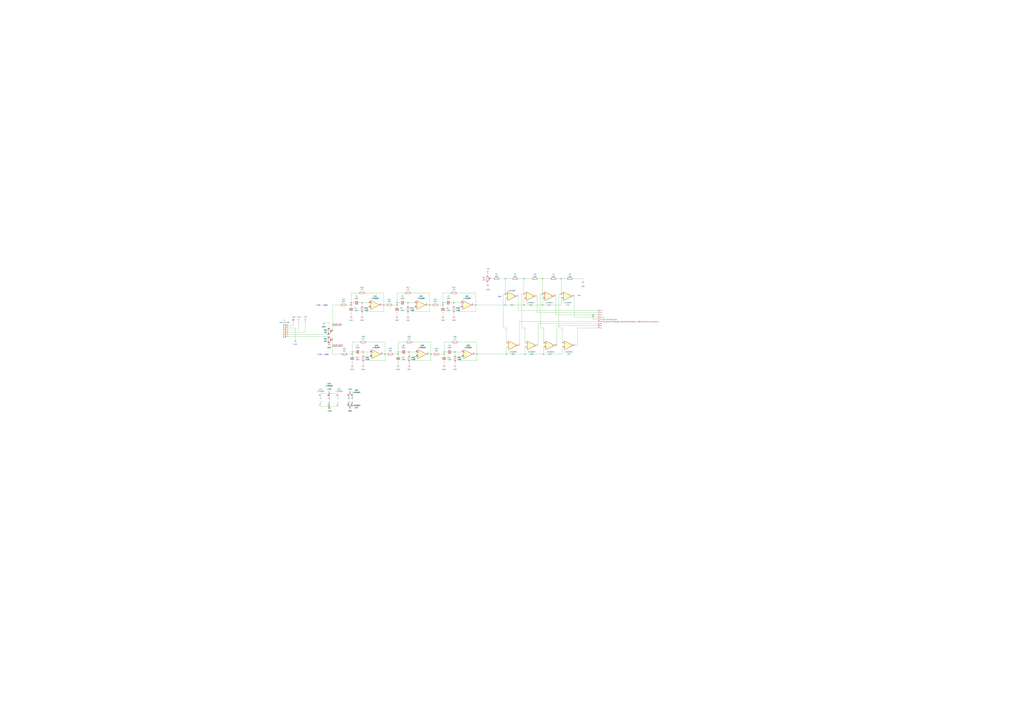
<source format=kicad_sch>
(kicad_sch (version 20211123) (generator eeschema)
  (paper "A0")
  (lib_symbols
    (symbol "Amplifier_Operational:LM358" (pin_names (offset 0.127))
      (property "Reference" "U" (at 0 5.08 0))
      (property "Value" "LM358" (at 0 -5.08 0))
      (symbol "LM358_1_1"
        (polyline (pts (xy -5.08 5.08) (xy 5.08 0) (xy -5.08 -5.08) (xy -5.08 5.08)) (stroke (width 0.254)) (fill (type background)))
        (pin output line (at 7.62 0 180) (length 2.54) (name "~") (number "1"))
        (pin input line (at -7.62 -2.54 0) (length 2.54) (name "-") (number "2"))
        (pin input line (at -7.62 2.54 0) (length 2.54) (name "+") (number "3"))
      )
      (symbol "LM358_2_1"
        (polyline (pts (xy -5.08 5.08) (xy 5.08 0) (xy -5.08 -5.08) (xy -5.08 5.08)) (stroke (width 0.254)) (fill (type background)))
        (pin input line (at -7.62 2.54 0) (length 2.54) (name "+") (number "5"))
        (pin input line (at -7.62 -2.54 0) (length 2.54) (name "-") (number "6"))
        (pin output line (at 7.62 0 180) (length 2.54) (name "~") (number "7"))
      )
      (symbol "LM358_3_1"
        (pin power_in line (at -2.54 -7.62 90) (length 3.81) (name "V-") (number "4"))
        (pin power_in line (at -2.54 7.62 270) (length 3.81) (name "V+") (number "8"))
      )
    )
    (symbol "Comparator:LM339" (pin_names (offset 0.127))
      (property "Reference" "U" (at 0 5.08 0))
      (property "Value" "LM339" (at 0 -5.08 0))
      (symbol "LM339_1_1"
        (polyline (pts (xy -5.08 5.08) (xy 5.08 0) (xy -5.08 -5.08) (xy -5.08 5.08)) (stroke (width 0.254)) (fill (type background)))
        (polyline (pts (xy 3.302 -0.508) (xy 2.794 -0.508) (xy 3.302 0) (xy 2.794 0.508) (xy 2.286 0) (xy 2.794 -0.508) (xy 2.286 -0.508)) (stroke (width 0.127)))
        (pin open_collector line (at 7.62 0 180) (length 2.54) (name "~") (number "2"))
        (pin input line (at -7.62 -2.54 0) (length 2.54) (name "-") (number "4"))
        (pin input line (at -7.62 2.54 0) (length 2.54) (name "+") (number "5"))
      )
      (symbol "LM339_2_1"
        (polyline (pts (xy -5.08 5.08) (xy 5.08 0) (xy -5.08 -5.08) (xy -5.08 5.08)) (stroke (width 0.254)) (fill (type background)))
        (polyline (pts (xy 3.302 -0.508) (xy 2.794 -0.508) (xy 3.302 0) (xy 2.794 0.508) (xy 2.286 0) (xy 2.794 -0.508) (xy 2.286 -0.508)) (stroke (width 0.127)))
        (pin open_collector line (at 7.62 0 180) (length 2.54) (name "~") (number "1"))
        (pin input line (at -7.62 -2.54 0) (length 2.54) (name "-") (number "6"))
        (pin input line (at -7.62 2.54 0) (length 2.54) (name "+") (number "7"))
      )
      (symbol "LM339_3_1"
        (polyline (pts (xy -5.08 5.08) (xy 5.08 0) (xy -5.08 -5.08) (xy -5.08 5.08)) (stroke (width 0.254)) (fill (type background)))
        (polyline (pts (xy 3.302 -0.508) (xy 2.794 -0.508) (xy 3.302 0) (xy 2.794 0.508) (xy 2.286 0) (xy 2.794 -0.508) (xy 2.286 -0.508)) (stroke (width 0.127)))
        (pin input line (at -7.62 -2.54 0) (length 2.54) (name "-") (number "10"))
        (pin input line (at -7.62 2.54 0) (length 2.54) (name "+") (number "11"))
        (pin open_collector line (at 7.62 0 180) (length 2.54) (name "~") (number "13"))
      )
      (symbol "LM339_4_1"
        (polyline (pts (xy -5.08 5.08) (xy 5.08 0) (xy -5.08 -5.08) (xy -5.08 5.08)) (stroke (width 0.254)) (fill (type background)))
        (polyline (pts (xy 3.302 -0.508) (xy 2.794 -0.508) (xy 3.302 0) (xy 2.794 0.508) (xy 2.286 0) (xy 2.794 -0.508) (xy 2.286 -0.508)) (stroke (width 0.127)))
        (pin open_collector line (at 7.62 0 180) (length 2.54) (name "~") (number "14"))
        (pin input line (at -7.62 -2.54 0) (length 2.54) (name "-") (number "8"))
        (pin input line (at -7.62 2.54 0) (length 2.54) (name "+") (number "9"))
      )
      (symbol "LM339_5_1"
        (pin power_in line (at -2.54 -7.62 90) (length 3.81) (name "V-") (number "12"))
        (pin power_in line (at -2.54 7.62 270) (length 3.81) (name "V+") (number "3"))
      )
    )
    (symbol "Connector:Conn_01x09_Male" (pin_names (offset 1.016) hide)
      (property "Reference" "J" (at 0 12.7 0))
      (property "Value" "Conn_01x09_Male" (at 0 -12.7 0))
      (symbol "Conn_01x09_Male_1_1"
        (polyline (pts (xy 1.27 -10.16) (xy 0.8636 -10.16)) (stroke (width 0.1524)))
        (polyline (pts (xy 1.27 -7.62) (xy 0.8636 -7.62)) (stroke (width 0.1524)))
        (polyline (pts (xy 1.27 -5.08) (xy 0.8636 -5.08)) (stroke (width 0.1524)))
        (polyline (pts (xy 1.27 -2.54) (xy 0.8636 -2.54)) (stroke (width 0.1524)))
        (polyline (pts (xy 1.27 0) (xy 0.8636 0)) (stroke (width 0.1524)))
        (polyline (pts (xy 1.27 2.54) (xy 0.8636 2.54)) (stroke (width 0.1524)))
        (polyline (pts (xy 1.27 5.08) (xy 0.8636 5.08)) (stroke (width 0.1524)))
        (polyline (pts (xy 1.27 7.62) (xy 0.8636 7.62)) (stroke (width 0.1524)))
        (polyline (pts (xy 1.27 10.16) (xy 0.8636 10.16)) (stroke (width 0.1524)))
        (rectangle (start 0.8636 -10.033) (end 0 -10.287) (stroke (width 0.1524)) (fill (type outline)))
        (rectangle (start 0.8636 -7.493) (end 0 -7.747) (stroke (width 0.1524)) (fill (type outline)))
        (rectangle (start 0.8636 -4.953) (end 0 -5.207) (stroke (width 0.1524)) (fill (type outline)))
        (rectangle (start 0.8636 -2.413) (end 0 -2.667) (stroke (width 0.1524)) (fill (type outline)))
        (rectangle (start 0.8636 0.127) (end 0 -0.127) (stroke (width 0.1524)) (fill (type outline)))
        (rectangle (start 0.8636 2.667) (end 0 2.413) (stroke (width 0.1524)) (fill (type outline)))
        (rectangle (start 0.8636 5.207) (end 0 4.953) (stroke (width 0.1524)) (fill (type outline)))
        (rectangle (start 0.8636 7.747) (end 0 7.493) (stroke (width 0.1524)) (fill (type outline)))
        (rectangle (start 0.8636 10.287) (end 0 10.033) (stroke (width 0.1524)) (fill (type outline)))
        (pin passive line (at 5.08 10.16 180) (length 3.81) (name "Pin_1") (number "1"))
        (pin passive line (at 5.08 7.62 180) (length 3.81) (name "Pin_2") (number "2"))
        (pin passive line (at 5.08 5.08 180) (length 3.81) (name "Pin_3") (number "3"))
        (pin passive line (at 5.08 2.54 180) (length 3.81) (name "Pin_4") (number "4"))
        (pin passive line (at 5.08 0 180) (length 3.81) (name "Pin_5") (number "5"))
        (pin passive line (at 5.08 -2.54 180) (length 3.81) (name "Pin_6") (number "6"))
        (pin passive line (at 5.08 -5.08 180) (length 3.81) (name "Pin_7") (number "7"))
        (pin passive line (at 5.08 -7.62 180) (length 3.81) (name "Pin_8") (number "8"))
        (pin passive line (at 5.08 -10.16 180) (length 3.81) (name "Pin_9") (number "9"))
      )
    )
    (symbol "Connector_Generic:Conn_01x06" (pin_names (offset 1.016) hide)
      (property "Reference" "J" (at 0 7.62 0))
      (property "Value" "Conn_01x06" (at 0 -10.16 0))
      (symbol "Conn_01x06_1_1"
        (rectangle (start -1.27 -7.493) (end 0 -7.747) (stroke (width 0.1524)))
        (rectangle (start -1.27 -4.953) (end 0 -5.207) (stroke (width 0.1524)))
        (rectangle (start -1.27 -2.413) (end 0 -2.667) (stroke (width 0.1524)))
        (rectangle (start -1.27 0.127) (end 0 -0.127) (stroke (width 0.1524)))
        (rectangle (start -1.27 2.667) (end 0 2.413) (stroke (width 0.1524)))
        (rectangle (start -1.27 5.207) (end 0 4.953) (stroke (width 0.1524)))
        (rectangle (start -1.27 6.35) (end 1.27 -8.89) (stroke (width 0.254)) (fill (type background)))
        (pin passive line (at -5.08 5.08 0) (length 3.81) (name "Pin_1") (number "1"))
        (pin passive line (at -5.08 2.54 0) (length 3.81) (name "Pin_2") (number "2"))
        (pin passive line (at -5.08 0 0) (length 3.81) (name "Pin_3") (number "3"))
        (pin passive line (at -5.08 -2.54 0) (length 3.81) (name "Pin_4") (number "4"))
        (pin passive line (at -5.08 -5.08 0) (length 3.81) (name "Pin_5") (number "5"))
        (pin passive line (at -5.08 -7.62 0) (length 3.81) (name "Pin_6") (number "6"))
      )
    )
    (symbol "Device:C" (pin_numbers hide) (pin_names (offset 0.254))
      (property "Reference" "C" (at 0.635 2.54 0))
      (property "Value" "C" (at 0.635 -2.54 0))
      (symbol "C_0_1"
        (polyline (pts (xy -2.032 -0.762) (xy 2.032 -0.762)) (stroke (width 0.508)))
        (polyline (pts (xy -2.032 0.762) (xy 2.032 0.762)) (stroke (width 0.508)))
      )
      (symbol "C_1_1"
        (pin passive line (at 0 3.81 270) (length 2.794) (name "~") (number "1"))
        (pin passive line (at 0 -3.81 90) (length 2.794) (name "~") (number "2"))
      )
    )
    (symbol "Device:R" (pin_numbers hide) (pin_names (offset 0))
      (property "Reference" "R" (at 2.032 0 90))
      (property "Value" "R" (at 0 0 90))
      (symbol "R_0_1"
        (rectangle (start -1.016 -2.54) (end 1.016 2.54) (stroke (width 0.254)))
      )
      (symbol "R_1_1"
        (pin passive line (at 0 3.81 270) (length 1.27) (name "~") (number "1"))
        (pin passive line (at 0 -3.81 90) (length 1.27) (name "~") (number "2"))
      )
    )
    (symbol "Device:R_Potentiometer" (pin_names (offset 1.016) hide)
      (property "Reference" "RV" (at -4.445 0 90))
      (property "Value" "R_Potentiometer" (at -2.54 0 90))
      (symbol "R_Potentiometer_0_1"
        (polyline (pts (xy 2.54 0) (xy 1.524 0)))
        (polyline (pts (xy 1.143 0) (xy 2.286 0.508) (xy 2.286 -0.508) (xy 1.143 0)) (fill (type outline)))
        (rectangle (start 1.016 2.54) (end -1.016 -2.54) (stroke (width 0.254)))
      )
      (symbol "R_Potentiometer_1_1"
        (pin passive line (at 0 3.81 270) (length 1.27) (name "1") (number "1"))
        (pin passive line (at 3.81 0 180) (length 1.27) (name "2") (number "2"))
        (pin passive line (at 0 -3.81 90) (length 1.27) (name "3") (number "3"))
      )
    )
    (symbol "power:+15V" (power) (pin_names (offset 0))
      (property "Value" "+15V" (at 0 3.556 0))
      (symbol "+15V_0_1"
        (polyline (pts (xy -0.762 1.27) (xy 0 2.54)))
        (polyline (pts (xy 0 0) (xy 0 2.54)))
        (polyline (pts (xy 0 2.54) (xy 0.762 1.27)))
      )
      (symbol "+15V_1_1"
        (pin power_in line (at 0 0 90) (length 0) hide (name "+15V") (number "1"))
      )
    )
    (symbol "power:+5V" (power) (pin_names (offset 0))
      (property "Value" "+5V" (at 0 3.556 0))
      (symbol "+5V_0_1"
        (polyline (pts (xy -0.762 1.27) (xy 0 2.54)))
        (polyline (pts (xy 0 0) (xy 0 2.54)))
        (polyline (pts (xy 0 2.54) (xy 0.762 1.27)))
      )
      (symbol "+5V_1_1"
        (pin power_in line (at 0 0 90) (length 0) hide (name "+5V") (number "1"))
      )
    )
    (symbol "power:-15V" (power) (pin_names (offset 0))
      (property "Value" "-15V" (at 0 3.81 0))
      (symbol "-15V_0_0"
        (pin power_in line (at 0 0 90) (length 0) hide (name "-15V") (number "1"))
      )
      (symbol "-15V_0_1"
        (polyline (pts (xy 0 0) (xy 0 1.27) (xy 0.762 1.27) (xy 0 2.54) (xy -0.762 1.27) (xy 0 1.27)) (fill (type outline)))
      )
    )
    (symbol "power:GND" (power) (pin_names (offset 0))
      (property "Value" "GND" (at 0 -3.81 0))
      (symbol "GND_0_1"
        (polyline (pts (xy 0 0) (xy 0 -1.27) (xy 1.27 -1.27) (xy 0 -2.54) (xy -1.27 -1.27) (xy 0 -1.27)))
      )
      (symbol "GND_1_1"
        (pin power_in line (at 0 0 270) (length 0) hide (name "GND") (number "1"))
      )
    )
  )
  (junction (at 514.35 351.79))
  (junction (at 407.67 354.33))
  (junction (at 462.28 408.94))
  (junction (at 629.92 323.85))
  (junction (at 461.01 351.79))
  (junction (at 527.05 351.79))
  (junction (at 608.33 323.85))
  (junction (at 445.77 354.33))
  (junction (at 499.11 354.33))
  (junction (at 552.45 354.33))
  (junction (at 608.33 341.63))
  (junction (at 474.98 408.94))
  (junction (at 515.62 408.94))
  (junction (at 629.92 341.63))
  (junction (at 406.4 472.44))
  (junction (at 629.92 354.33))
  (junction (at 406.4 457.2))
  (junction (at 588.01 411.48))
  (junction (at 382.27 472.44))
  (junction (at 631.19 411.48))
  (junction (at 528.32 408.94))
  (junction (at 447.04 411.48))
  (junction (at 461.01 354.33))
  (junction (at 462.28 411.48))
  (junction (at 609.6 411.48))
  (junction (at 586.74 354.33))
  (junction (at 500.38 411.48))
  (junction (at 382.27 457.2))
  (junction (at 408.94 411.48))
  (junction (at 408.94 408.94))
  (junction (at 608.33 354.33))
  (junction (at 651.51 341.63))
  (junction (at 515.62 411.48))
  (junction (at 407.67 351.79))
  (junction (at 586.74 341.63))
  (junction (at 586.74 323.85))
  (junction (at 420.37 351.79))
  (junction (at 651.51 323.85))
  (junction (at 514.35 354.33))
  (junction (at 553.72 411.48))
  (junction (at 473.71 351.79))
  (junction (at 421.64 408.94))
  (wire (pts (xy 666.75 368.3) (xy 693.42 368.3)))
  (wire (pts (xy 645.16 365.76) (xy 693.42 365.76)))
  (wire (pts (xy 462.28 408.94) (xy 462.28 411.48)))
  (wire (pts (xy 461.01 351.79) (xy 461.01 340.36)))
  (wire (pts (xy 407.67 363.22) (xy 407.67 367.03)))
  (wire (pts (xy 474.98 408.94) (xy 474.98 412.75)))
  (wire (pts (xy 534.67 419.1) (xy 553.72 419.1)))
  (wire (pts (xy 500.38 411.48) (xy 502.92 411.48)))
  (wire (pts (xy 651.51 323.85) (xy 657.86 323.85)))
  (wire (pts (xy 340.36 373.38) (xy 340.36 378.46)))
  (wire (pts (xy 530.86 340.36) (xy 552.45 340.36)))
  (wire (pts (xy 631.19 411.48) (xy 631.19 403.86)))
  (wire (pts (xy 481.33 414.02) (xy 481.33 419.1)))
  (wire (pts (xy 586.74 323.85) (xy 586.74 341.63)))
  (wire (pts (xy 631.19 411.48) (xy 652.78 411.48)))
  (wire (pts (xy 551.18 411.48) (xy 553.72 411.48)))
  (wire (pts (xy 462.28 411.48) (xy 462.28 412.75)))
  (wire (pts (xy 408.94 411.48) (xy 408.94 412.75)))
  (wire (pts (xy 627.38 341.63) (xy 627.38 381)))
  (wire (pts (xy 474.98 420.37) (xy 474.98 424.18)))
  (wire (pts (xy 515.62 408.94) (xy 518.16 408.94)))
  (wire (pts (xy 444.5 411.48) (xy 447.04 411.48)))
  (wire (pts (xy 623.57 363.22) (xy 693.42 363.22)))
  (wire (pts (xy 499.11 354.33) (xy 499.11 361.95)))
  (wire (pts (xy 386.08 354.33) (xy 394.97 354.33)))
  (wire (pts (xy 335.28 383.54) (xy 346.71 383.54)))
  (wire (pts (xy 473.71 351.79) (xy 473.71 355.6)))
  (wire (pts (xy 515.62 397.51) (xy 524.51 397.51)))
  (wire (pts (xy 627.38 381) (xy 631.19 381)))
  (wire (pts (xy 386.08 394.97) (xy 386.08 411.48)))
  (wire (pts (xy 608.33 323.85) (xy 608.33 341.63)))
  (wire (pts (xy 424.18 340.36) (xy 445.77 340.36)))
  (wire (pts (xy 527.05 363.22) (xy 527.05 367.03)))
  (wire (pts (xy 668.02 401.32) (xy 670.56 401.32)))
  (wire (pts (xy 586.74 354.33) (xy 608.33 354.33)))
  (wire (pts (xy 645.16 344.17) (xy 645.16 365.76)))
  (wire (pts (xy 588.01 381) (xy 588.01 398.78)))
  (wire (pts (xy 514.35 351.79) (xy 514.35 354.33)))
  (wire (pts (xy 601.98 323.85) (xy 608.33 323.85)))
  (wire (pts (xy 461.01 351.79) (xy 463.55 351.79)))
  (wire (pts (xy 552.45 354.33) (xy 586.74 354.33)))
  (wire (pts (xy 528.32 408.94) (xy 535.94 408.94)))
  (wire (pts (xy 472.44 408.94) (xy 474.98 408.94)))
  (wire (pts (xy 584.2 381) (xy 588.01 381)))
  (wire (pts (xy 481.33 419.1) (xy 500.38 419.1)))
  (wire (pts (xy 629.92 323.85) (xy 629.92 341.63)))
  (wire (pts (xy 417.83 351.79) (xy 420.37 351.79)))
  (wire (pts (xy 354.33 373.38) (xy 354.33 386.08)))
  (wire (pts (xy 570.23 323.85) (xy 572.77 323.85)))
  (wire (pts (xy 461.01 351.79) (xy 461.01 354.33)))
  (wire (pts (xy 335.28 386.08) (xy 354.33 386.08)))
  (wire (pts (xy 427.99 419.1) (xy 447.04 419.1)))
  (wire (pts (xy 676.91 323.85) (xy 676.91 326.39)))
  (wire (pts (xy 455.93 354.33) (xy 461.01 354.33)))
  (wire (pts (xy 427.99 356.87) (xy 426.72 356.87)))
  (wire (pts (xy 382.27 457.2) (xy 392.43 457.2)))
  (wire (pts (xy 408.94 420.37) (xy 408.94 424.18)))
  (wire (pts (xy 335.28 378.46) (xy 340.36 378.46)))
  (wire (pts (xy 474.98 408.94) (xy 482.6 408.94)))
  (wire (pts (xy 499.11 340.36) (xy 499.11 354.33)))
  (wire (pts (xy 666.75 344.17) (xy 666.75 368.3)))
  (wire (pts (xy 386.08 411.48) (xy 396.24 411.48)))
  (wire (pts (xy 651.51 323.85) (xy 651.51 341.63)))
  (wire (pts (xy 406.4 457.2) (xy 408.94 457.2)))
  (wire (pts (xy 420.37 351.79) (xy 427.99 351.79)))
  (wire (pts (xy 665.48 323.85) (xy 676.91 323.85)))
  (wire (pts (xy 631.19 381) (xy 631.19 398.78)))
  (wire (pts (xy 552.45 354.33) (xy 552.45 361.95)))
  (wire (pts (xy 533.4 356.87) (xy 533.4 361.95)))
  (wire (pts (xy 447.04 397.51) (xy 447.04 411.48)))
  (wire (pts (xy 552.45 340.36) (xy 552.45 354.33)))
  (wire (pts (xy 372.11 472.44) (xy 382.27 472.44)))
  (wire (pts (xy 515.62 411.48) (xy 515.62 412.75)))
  (wire (pts (xy 445.77 354.33) (xy 448.31 354.33)))
  (wire (pts (xy 408.94 397.51) (xy 417.83 397.51)))
  (wire (pts (xy 478.79 397.51) (xy 500.38 397.51)))
  (wire (pts (xy 408.94 408.94) (xy 408.94 397.51)))
  (wire (pts (xy 524.51 351.79) (xy 527.05 351.79)))
  (wire (pts (xy 608.33 354.33) (xy 608.33 346.71)))
  (wire (pts (xy 462.28 408.94) (xy 462.28 397.51)))
  (wire (pts (xy 405.13 457.2) (xy 406.4 457.2)))
  (wire (pts (xy 580.39 323.85) (xy 586.74 323.85)))
  (wire (pts (xy 566.42 317.5) (xy 566.42 320.04)))
  (wire (pts (xy 461.01 340.36) (xy 469.9 340.36)))
  (wire (pts (xy 533.4 361.95) (xy 552.45 361.95)))
  (wire (pts (xy 419.1 408.94) (xy 421.64 408.94)))
  (wire (pts (xy 532.13 397.51) (xy 553.72 397.51)))
  (wire (pts (xy 499.11 354.33) (xy 501.65 354.33)))
  (wire (pts (xy 335.28 391.16) (xy 382.27 391.16)))
  (wire (pts (xy 528.32 408.94) (xy 528.32 412.75)))
  (wire (pts (xy 420.37 363.22) (xy 420.37 367.03)))
  (wire (pts (xy 588.01 411.48) (xy 588.01 403.86)))
  (wire (pts (xy 586.74 354.33) (xy 586.74 346.71)))
  (wire (pts (xy 482.6 414.02) (xy 481.33 414.02)))
  (wire (pts (xy 481.33 356.87) (xy 480.06 356.87)))
  (wire (pts (xy 693.42 370.84) (xy 688.34 370.84)))
  (wire (pts (xy 500.38 411.48) (xy 500.38 419.1)))
  (wire (pts (xy 429.26 414.02) (xy 427.99 414.02)))
  (wire (pts (xy 651.51 354.33) (xy 651.51 346.71)))
  (wire (pts (xy 462.28 397.51) (xy 471.17 397.51)))
  (wire (pts (xy 426.72 356.87) (xy 426.72 361.95)))
  (wire (pts (xy 471.17 351.79) (xy 473.71 351.79)))
  (wire (pts (xy 609.6 381) (xy 609.6 398.78)))
  (wire (pts (xy 609.6 411.48) (xy 609.6 403.86)))
  (wire (pts (xy 670.56 401.32) (xy 670.56 381)))
  (wire (pts (xy 421.64 420.37) (xy 421.64 424.18)))
  (wire (pts (xy 515.62 420.37) (xy 515.62 424.18)))
  (wire (pts (xy 629.92 354.33) (xy 629.92 346.71)))
  (wire (pts (xy 605.79 341.63) (xy 605.79 381)))
  (wire (pts (xy 534.67 356.87) (xy 533.4 356.87)))
  (wire (pts (xy 601.98 360.68) (xy 693.42 360.68)))
  (wire (pts (xy 588.01 411.48) (xy 609.6 411.48)))
  (wire (pts (xy 425.45 397.51) (xy 447.04 397.51)))
  (wire (pts (xy 342.9 381) (xy 342.9 394.97)))
  (wire (pts (xy 375.92 374.65) (xy 382.27 374.65)))
  (wire (pts (xy 514.35 340.36) (xy 523.24 340.36)))
  (wire (pts (xy 443.23 354.33) (xy 445.77 354.33)))
  (wire (pts (xy 480.06 361.95) (xy 499.11 361.95)))
  (wire (pts (xy 603.25 373.38) (xy 693.42 373.38)))
  (wire (pts (xy 586.74 323.85) (xy 594.36 323.85)))
  (wire (pts (xy 407.67 351.79) (xy 410.21 351.79)))
  (wire (pts (xy 608.33 323.85) (xy 617.22 323.85)))
  (wire (pts (xy 527.05 351.79) (xy 527.05 355.6)))
  (wire (pts (xy 534.67 414.02) (xy 534.67 419.1)))
  (wire (pts (xy 457.2 411.48) (xy 462.28 411.48)))
  (wire (pts (xy 528.32 420.37) (xy 528.32 424.18)))
  (wire (pts (xy 629.92 341.63) (xy 627.38 341.63)))
  (wire (pts (xy 648.97 381) (xy 652.78 381)))
  (wire (pts (xy 408.94 408.94) (xy 408.94 411.48)))
  (wire (pts (xy 670.56 381) (xy 693.42 381)))
  (wire (pts (xy 549.91 354.33) (xy 552.45 354.33)))
  (wire (pts (xy 601.98 344.17) (xy 601.98 360.68)))
  (wire (pts (xy 500.38 397.51) (xy 500.38 411.48)))
  (wire (pts (xy 608.33 354.33) (xy 629.92 354.33)))
  (wire (pts (xy 372.11 457.2) (xy 382.27 457.2)))
  (wire (pts (xy 346.71 373.38) (xy 346.71 383.54)))
  (wire (pts (xy 646.43 378.46) (xy 693.42 378.46)))
  (wire (pts (xy 605.79 381) (xy 609.6 381)))
  (wire (pts (xy 527.05 351.79) (xy 534.67 351.79)))
  (wire (pts (xy 407.67 354.33) (xy 407.67 355.6)))
  (wire (pts (xy 603.25 401.32) (xy 603.25 373.38)))
  (wire (pts (xy 447.04 411.48) (xy 447.04 419.1)))
  (wire (pts (xy 629.92 323.85) (xy 638.81 323.85)))
  (wire (pts (xy 688.34 369.57) (xy 688.34 370.84)))
  (wire (pts (xy 646.43 323.85) (xy 651.51 323.85)))
  (wire (pts (xy 514.35 363.22) (xy 514.35 367.03)))
  (wire (pts (xy 462.28 420.37) (xy 462.28 424.18)))
  (wire (pts (xy 510.54 411.48) (xy 515.62 411.48)))
  (wire (pts (xy 402.59 354.33) (xy 407.67 354.33)))
  (wire (pts (xy 405.13 472.44) (xy 406.4 472.44)))
  (wire (pts (xy 553.72 411.48) (xy 588.01 411.48)))
  (wire (pts (xy 445.77 354.33) (xy 445.77 361.95)))
  (wire (pts (xy 515.62 408.94) (xy 515.62 411.48)))
  (wire (pts (xy 496.57 354.33) (xy 499.11 354.33)))
  (wire (pts (xy 553.72 397.51) (xy 553.72 411.48)))
  (wire (pts (xy 652.78 411.48) (xy 652.78 403.86)))
  (wire (pts (xy 608.33 341.63) (xy 605.79 341.63)))
  (wire (pts (xy 623.57 344.17) (xy 623.57 363.22)))
  (wire (pts (xy 406.4 472.44) (xy 408.94 472.44)))
  (wire (pts (xy 480.06 356.87) (xy 480.06 361.95)))
  (wire (pts (xy 553.72 411.48) (xy 553.72 419.1)))
  (wire (pts (xy 586.74 341.63) (xy 584.2 341.63)))
  (wire (pts (xy 648.97 341.63) (xy 648.97 381)))
  (wire (pts (xy 652.78 381) (xy 652.78 398.78)))
  (wire (pts (xy 403.86 411.48) (xy 408.94 411.48)))
  (wire (pts (xy 514.35 351.79) (xy 516.89 351.79)))
  (wire (pts (xy 335.28 388.62) (xy 382.27 388.62)))
  (wire (pts (xy 407.67 351.79) (xy 407.67 354.33)))
  (wire (pts (xy 624.84 401.32) (xy 624.84 375.92)))
  (wire (pts (xy 473.71 363.22) (xy 473.71 367.03)))
  (wire (pts (xy 525.78 408.94) (xy 528.32 408.94)))
  (wire (pts (xy 515.62 408.94) (xy 515.62 397.51)))
  (wire (pts (xy 426.72 361.95) (xy 445.77 361.95)))
  (wire (pts (xy 584.2 341.63) (xy 584.2 381)))
  (wire (pts (xy 408.94 408.94) (xy 411.48 408.94)))
  (wire (pts (xy 407.67 351.79) (xy 407.67 340.36)))
  (wire (pts (xy 514.35 351.79) (xy 514.35 340.36)))
  (wire (pts (xy 386.08 384.81) (xy 386.08 354.33)))
  (wire (pts (xy 477.52 340.36) (xy 499.11 340.36)))
  (wire (pts (xy 514.35 354.33) (xy 514.35 355.6)))
  (wire (pts (xy 535.94 414.02) (xy 534.67 414.02)))
  (wire (pts (xy 609.6 411.48) (xy 631.19 411.48)))
  (wire (pts (xy 382.27 472.44) (xy 392.43 472.44)))
  (wire (pts (xy 651.51 341.63) (xy 648.97 341.63)))
  (wire (pts (xy 646.43 401.32) (xy 646.43 378.46)))
  (wire (pts (xy 447.04 411.48) (xy 449.58 411.48)))
  (wire (pts (xy 427.99 414.02) (xy 427.99 419.1)))
  (wire (pts (xy 421.64 408.94) (xy 421.64 412.75)))
  (wire (pts (xy 629.92 354.33) (xy 651.51 354.33)))
  (wire (pts (xy 473.71 351.79) (xy 481.33 351.79)))
  (wire (pts (xy 420.37 351.79) (xy 420.37 355.6)))
  (wire (pts (xy 335.28 381) (xy 342.9 381)))
  (wire (pts (xy 421.64 408.94) (xy 429.26 408.94)))
  (wire (pts (xy 382.27 374.65) (xy 382.27 381)))
  (wire (pts (xy 445.77 340.36) (xy 445.77 354.33)))
  (wire (pts (xy 461.01 354.33) (xy 461.01 355.6)))
  (wire (pts (xy 462.28 408.94) (xy 464.82 408.94)))
  (wire (pts (xy 566.42 327.66) (xy 566.42 330.2)))
  (wire (pts (xy 624.84 323.85) (xy 629.92 323.85)))
  (wire (pts (xy 407.67 340.36) (xy 416.56 340.36)))
  (wire (pts (xy 497.84 411.48) (xy 500.38 411.48)))
  (wire (pts (xy 509.27 354.33) (xy 514.35 354.33)))
  (wire (pts (xy 461.01 363.22) (xy 461.01 367.03)))
  (wire (pts (xy 624.84 375.92) (xy 693.42 375.92)))
  (text "High" (at 577.85 345.44 0) (effects (font (size 1.27 1.27)) (justify left bottom)))
  (text "Low" (at 670.56 344.17 0) (effects (font (size 1.27 1.27)) (justify left bottom)))
  (text "1700 - 5000" (at 367.03 355.6 0) (effects (font (size 1.27 1.27)) (justify left bottom)))
  (text "1700 - 5000" (at 368.3 412.75 0) (effects (font (size 1.27 1.27)) (justify left bottom)))
  (global_label "audio_right" (shape passive) (at 386.08 401.32 0) (property "Intersheet References" "${INTERSHEET_REFS}" (effects hide)))
  (global_label "audio_left" (shape passive) (at 386.08 377.19 0) (property "Intersheet References" "${INTERSHEET_REFS}" (effects hide)))
  (symbol (lib_id "Device:C") (at 415.29 408.94 90) (unit 1)
    (property "Reference" "C7" (at 415.29 401.32 90))
    (property "Value" "100n" (at 415.29 403.86 90))
    (property "Footprint" "Capacitor_SMD:C_1206_3216Metric" (effects hide))
  )
  (symbol (lib_id "power:+5V") (at 354.33 373.38 0) (unit 1)
    (property "Reference" "#PWR016" (effects hide))
    (property "Value" "+5V" (at 354.33 368.3 0))
  )
  (symbol (lib_id "Device:C") (at 514.35 359.41 0) (unit 1)
    (property "Reference" "C6" (at 518.16 358.1399 0) (effects (justify left)))
    (property "Value" "100n" (at 518.16 360.6799 0) (effects (justify left)))
    (property "Footprint" "Capacitor_SMD:C_1206_3216Metric" (effects hide))
  )
  (symbol (lib_id "Device:R") (at 506.73 411.48 90) (unit 1)
    (property "Reference" "R33" (at 506.73 405.13 90))
    (property "Value" "931" (at 506.73 407.67 90))
    (property "Footprint" "Resistor_SMD:R_1206_3216Metric" (effects hide))
  )
  (symbol (lib_id "Device:R") (at 473.71 359.41 0) (unit 1)
    (property "Reference" "R17" (at 476.25 358.1399 0) (effects (justify left)))
    (property "Value" "1k87" (at 476.25 360.6799 0) (effects (justify left)))
    (property "Footprint" "Resistor_SMD:R_1206_3216Metric" (effects hide))
  )
  (symbol (lib_id "Device:R") (at 421.64 397.51 90) (unit 1)
    (property "Reference" "R28" (at 421.64 391.16 90))
    (property "Value" "137" (at 421.64 393.7 90))
    (property "Footprint" "Resistor_SMD:R_1206_3216Metric" (effects hide))
  )
  (symbol (lib_id "Device:C") (at 407.67 359.41 0) (unit 1)
    (property "Reference" "C4" (at 411.48 358.1399 0) (effects (justify left)))
    (property "Value" "100n" (at 411.48 360.6799 0) (effects (justify left)))
    (property "Footprint" "Capacitor_SMD:C_1206_3216Metric" (effects hide))
  )
  (symbol (lib_id "power:+5V") (at 688.34 369.57 0) (unit 1)
    (property "Reference" "#PWR0103" (effects hide))
    (property "Value" "+5V" (at 688.34 365.9942 0))
  )
  (symbol (lib_id "Device:C") (at 408.94 416.56 0) (unit 1)
    (property "Reference" "C10" (at 412.75 415.2899 0) (effects (justify left)))
    (property "Value" "100n" (at 412.75 417.8299 0) (effects (justify left)))
    (property "Footprint" "Capacitor_SMD:C_1206_3216Metric" (effects hide))
  )
  (symbol (lib_id "Amplifier_Operational:LM358") (at 490.22 411.48 0) (unit 2)
    (property "Reference" "U2" (at 490.22 401.32 0))
    (property "Value" "LF353DR" (at 490.22 403.86 0))
    (property "Footprint" "Package_SO:SOIC-8_3.9x4.9mm_P1.27mm" (effects hide))
    (property "Datasheet" "http://www.ti.com/lit/ds/symlink/lm2904-n.pdf" (effects hide))
  )
  (symbol (lib_id "power:GND") (at 407.67 367.03 0) (unit 1)
    (property "Reference" "#PWR08" (effects hide))
    (property "Value" "GND" (at 407.67 372.11 0))
  )
  (symbol (lib_id "Amplifier_Operational:LM358") (at 394.97 464.82 0) (unit 3)
    (property "Reference" "U3" (at 393.7 452.12 0))
    (property "Value" "LF353DR" (at 393.7 454.66 0))
    (property "Footprint" "Package_SO:SOIC-8_3.9x4.9mm_P1.27mm" (effects hide))
    (property "Datasheet" "http://www.ti.com/lit/ds/symlink/lm2904-n.pdf" (effects hide))
  )
  (symbol (lib_id "Device:R") (at 528.32 397.51 90) (unit 1)
    (property "Reference" "R30" (at 528.32 391.16 90))
    (property "Value" "137" (at 528.32 393.7 90))
    (property "Footprint" "Resistor_SMD:R_1206_3216Metric" (effects hide))
  )
  (symbol (lib_id "Device:R") (at 505.46 354.33 90) (unit 1)
    (property "Reference" "R15" (at 505.46 347.98 90))
    (property "Value" "931" (at 505.46 350.52 90))
    (property "Footprint" "Resistor_SMD:R_1206_3216Metric" (effects hide))
  )
  (symbol (lib_id "power:+15V") (at 382.27 457.2 0) (unit 1)
    (property "Reference" "#PWR031" (effects hide))
    (property "Value" "+15V" (at 382.27 452.12 0))
  )
  (symbol (lib_id "Device:R") (at 621.03 323.85 90) (unit 1)
    (property "Reference" "R3" (at 621.03 318.77 90))
    (property "Value" "100k" (at 621.03 321.31 90))
    (property "Footprint" "Resistor_SMD:R_1206_3216Metric" (effects hide))
  )
  (symbol (lib_id "Comparator:LM339") (at 615.95 344.17 0) (unit 2)
    (property "Reference" "U4" (at 615.95 354.33 0))
    (property "Value" "LM339DR" (at 615.95 351.79 0))
    (property "Footprint" "Package_SO:SO-14_3.9x8.65mm_P1.27mm" (effects hide))
    (property "Datasheet" "https://www.st.com/resource/en/datasheet/lm139.pdf" (effects hide))
    (property "DPN" "296-1013-1-ND" (effects hide))
  )
  (symbol (lib_id "Comparator:LM339") (at 407.67 464.82 0) (unit 5)
    (property "Reference" "U4" (at 414.02 473.71 0))
    (property "Value" "LM339DR" (at 414.02 471.17 0))
    (property "Footprint" "Package_SO:SO-14_3.9x8.65mm_P1.27mm" (effects hide))
    (property "Datasheet" "https://www.st.com/resource/en/datasheet/lm139.pdf" (effects hide))
    (property "DPN" "296-1013-1-ND" (effects hide))
  )
  (symbol (lib_id "Device:R") (at 474.98 416.56 0) (unit 1)
    (property "Reference" "R35" (at 477.52 415.2899 0) (effects (justify left)))
    (property "Value" "1k87" (at 477.52 417.8299 0) (effects (justify left)))
    (property "Footprint" "Resistor_SMD:R_1206_3216Metric" (effects hide))
  )
  (symbol (lib_id "Device:C") (at 520.7 351.79 90) (unit 1)
    (property "Reference" "C3" (at 520.7 344.17 90))
    (property "Value" "100n" (at 520.7 346.71 90))
    (property "Footprint" "Capacitor_SMD:C_1206_3216Metric" (effects hide))
  )
  (symbol (lib_id "power:GND") (at 420.37 367.03 0) (unit 1)
    (property "Reference" "#PWR09" (effects hide))
    (property "Value" "GND" (at 420.37 372.11 0))
  )
  (symbol (lib_id "Device:R") (at 452.12 354.33 90) (unit 1)
    (property "Reference" "R14" (at 452.12 347.98 90))
    (property "Value" "931" (at 452.12 350.52 90))
    (property "Footprint" "Resistor_SMD:R_1206_3216Metric" (effects hide))
  )
  (symbol (lib_id "power:GND") (at 461.01 367.03 0) (unit 1)
    (property "Reference" "#PWR010" (effects hide))
    (property "Value" "GND" (at 461.01 372.11 0))
  )
  (symbol (lib_id "Device:R") (at 598.17 323.85 90) (unit 1)
    (property "Reference" "R2" (at 598.17 318.77 90))
    (property "Value" "100k" (at 598.17 321.31 90))
    (property "Footprint" "Resistor_SMD:R_1206_3216Metric" (effects hide))
  )
  (symbol (lib_id "Device:R") (at 420.37 359.41 0) (unit 1)
    (property "Reference" "R16" (at 422.91 358.1399 0) (effects (justify left)))
    (property "Value" "1k87" (at 422.91 360.6799 0) (effects (justify left)))
    (property "Footprint" "Resistor_SMD:R_1206_3216Metric" (effects hide))
  )
  (symbol (lib_id "Amplifier_Operational:LM358") (at 543.56 411.48 0) (unit 2)
    (property "Reference" "U3" (at 543.56 401.32 0))
    (property "Value" "LF353DR" (at 543.56 403.86 0))
    (property "Footprint" "Package_SO:SOIC-8_3.9x4.9mm_P1.27mm" (effects hide))
    (property "Datasheet" "http://www.ti.com/lit/ds/symlink/lm2904-n.pdf" (effects hide))
  )
  (symbol (lib_id "Amplifier_Operational:LM358") (at 542.29 354.33 0) (unit 1)
    (property "Reference" "U3" (at 542.29 344.17 0))
    (property "Value" "LF353DR" (at 542.29 346.71 0))
    (property "Footprint" "Package_SO:SOIC-8_3.9x4.9mm_P1.27mm" (effects hide))
    (property "Datasheet" "http://www.ti.com/lit/ds/symlink/lm2904-n.pdf" (effects hide))
  )
  (symbol (lib_id "power:GND") (at 462.28 424.18 0) (unit 1)
    (property "Reference" "#PWR027" (effects hide))
    (property "Value" "GND" (at 462.28 429.26 0))
  )
  (symbol (lib_id "power:GND") (at 408.94 424.18 0) (unit 1)
    (property "Reference" "#PWR025" (effects hide))
    (property "Value" "GND" (at 408.94 429.26 0))
  )
  (symbol (lib_id "Amplifier_Operational:LM358") (at 435.61 354.33 0) (unit 1)
    (property "Reference" "U1" (at 435.61 344.17 0))
    (property "Value" "LF353DR" (at 435.61 346.71 0))
    (property "Footprint" "Package_SO:SOIC-8_3.9x4.9mm_P1.27mm" (effects hide))
    (property "Datasheet" "http://www.ti.com/lit/ds/symlink/lm2904-n.pdf" (effects hide))
  )
  (symbol (lib_id "Device:R") (at 473.71 340.36 90) (unit 1)
    (property "Reference" "R11" (at 473.71 334.01 90))
    (property "Value" "137" (at 473.71 336.55 90))
    (property "Footprint" "Resistor_SMD:R_1206_3216Metric" (effects hide))
  )
  (symbol (lib_id "Amplifier_Operational:LM358") (at 374.65 464.82 0) (unit 3)
    (property "Reference" "U1" (at 372.11 452.12 0))
    (property "Value" "LF353DR" (at 372.11 454.66 0))
    (property "Footprint" "Package_SO:SOIC-8_3.9x4.9mm_P1.27mm" (effects hide))
    (property "Datasheet" "http://www.ti.com/lit/ds/symlink/lm2904-n.pdf" (effects hide))
  )
  (symbol (lib_id "power:+15V") (at 346.71 373.38 0) (unit 1)
    (property "Reference" "#PWR014" (effects hide))
    (property "Value" "+15V" (at 346.71 368.3 0))
  )
  (symbol (lib_id "power:GND") (at 375.92 374.65 0) (unit 1)
    (property "Reference" "#PWR0102" (effects hide))
    (property "Value" "GND" (at 375.92 379.73 0))
  )
  (symbol (lib_id "Device:C") (at 515.62 416.56 0) (unit 1)
    (property "Reference" "C12" (at 519.43 415.2899 0) (effects (justify left)))
    (property "Value" "100n" (at 519.43 417.8299 0) (effects (justify left)))
    (property "Footprint" "Capacitor_SMD:C_1206_3216Metric" (effects hide))
  )
  (symbol (lib_id "Amplifier_Operational:LM358") (at 488.95 354.33 0) (unit 1)
    (property "Reference" "U2" (at 488.95 344.17 0))
    (property "Value" "LF353DR" (at 488.95 346.71 0))
    (property "Footprint" "Package_SO:SOIC-8_3.9x4.9mm_P1.27mm" (effects hide))
    (property "Datasheet" "http://www.ti.com/lit/ds/symlink/lm2904-n.pdf" (effects hide))
  )
  (symbol (lib_id "power:+5V") (at 566.42 317.5 0) (unit 1)
    (property "Reference" "#PWR01" (effects hide))
    (property "Value" "+5V" (at 566.42 312.42 0))
  )
  (symbol (lib_id "power:GND") (at 676.91 326.39 0) (unit 1)
    (property "Reference" "#PWR02" (effects hide))
    (property "Value" "GND" (at 676.91 332.74 0))
  )
  (symbol (lib_id "Comparator:LM339") (at 660.4 401.32 0) (unit 4)
    (property "Reference" "U5" (at 660.4 411.48 0))
    (property "Value" "LM339DR" (at 660.4 408.94 0))
    (property "Footprint" "Package_SO:SO-14_3.9x8.65mm_P1.27mm" (effects hide))
    (property "Datasheet" "https://www.st.com/resource/en/datasheet/lm139.pdf" (effects hide))
    (property "DPN" "296-1013-1-ND" (effects hide))
  )
  (symbol (lib_id "Device:C") (at 414.02 351.79 90) (unit 1)
    (property "Reference" "C1" (at 414.02 344.17 90))
    (property "Value" "100n" (at 414.02 346.71 90))
    (property "Footprint" "Capacitor_SMD:C_1206_3216Metric" (effects hide))
  )
  (symbol (lib_id "Comparator:LM339") (at 411.48 464.82 0) (unit 5)
    (property "Reference" "U5" (at 414.02 453.39 0))
    (property "Value" "LM339DR" (at 414.02 455.93 0))
    (property "Footprint" "Package_SO:SO-14_3.9x8.65mm_P1.27mm" (effects hide))
    (property "Datasheet" "https://www.st.com/resource/en/datasheet/lm139.pdf" (effects hide))
    (property "DPN" "296-1013-1-ND" (effects hide))
  )
  (symbol (lib_id "Comparator:LM339") (at 659.13 344.17 0) (unit 4)
    (property "Reference" "U4" (at 659.13 354.33 0))
    (property "Value" "LM339DR" (at 659.13 351.79 0))
    (property "Footprint" "Package_SO:SO-14_3.9x8.65mm_P1.27mm" (effects hide))
    (property "Datasheet" "https://www.st.com/resource/en/datasheet/lm139.pdf" (effects hide))
    (property "DPN" "296-1013-1-ND" (effects hide))
  )
  (symbol (lib_id "Comparator:LM339") (at 594.36 344.17 0) (unit 1)
    (property "Reference" "U4" (at 594.36 354.33 0))
    (property "Value" "LM339DR" (at 594.36 337.82 0))
    (property "Footprint" "Package_SO:SO-14_3.9x8.65mm_P1.27mm" (effects hide))
    (property "Datasheet" "https://www.st.com/resource/en/datasheet/lm139.pdf" (effects hide))
    (property "DPN" "296-1013-1-ND" (effects hide))
  )
  (symbol (lib_id "Comparator:LM339") (at 638.81 401.32 0) (unit 3)
    (property "Reference" "U5" (at 638.81 411.48 0))
    (property "Value" "LM339DR" (at 638.81 408.94 0))
    (property "Footprint" "Package_SO:SO-14_3.9x8.65mm_P1.27mm" (effects hide))
    (property "Datasheet" "https://www.st.com/resource/en/datasheet/lm139.pdf" (effects hide))
    (property "DPN" "296-1013-1-ND" (effects hide))
  )
  (symbol (lib_id "Device:C") (at 468.63 408.94 90) (unit 1)
    (property "Reference" "C8" (at 468.63 401.32 90))
    (property "Value" "100n" (at 468.63 403.86 90))
    (property "Footprint" "Capacitor_SMD:C_1206_3216Metric" (effects hide))
  )
  (symbol (lib_id "power:GND") (at 528.32 424.18 0) (unit 1)
    (property "Reference" "#PWR030" (effects hide))
    (property "Value" "GND" (at 528.32 429.26 0))
  )
  (symbol (lib_id "Device:R_Potentiometer") (at 382.27 384.81 0) (unit 1)
    (property "Reference" "RV3" (at 379.73 383.5399 0) (effects (justify right)))
    (property "Value" "10k" (at 379.73 386.0799 0) (effects (justify right)))
    (property "Footprint" "Potentiometer_THT:Potentiometer_Runtron_RM-065_Vertical" (effects hide))
  )
  (symbol (lib_id "Device:R") (at 661.67 323.85 90) (unit 1)
    (property "Reference" "R5" (at 661.67 318.77 90))
    (property "Value" "100k" (at 661.67 321.31 90))
    (property "Footprint" "Resistor_SMD:R_1206_3216Metric" (effects hide))
  )
  (symbol (lib_id "Device:R") (at 527.05 340.36 90) (unit 1)
    (property "Reference" "R12" (at 527.05 334.01 90))
    (property "Value" "137" (at 527.05 336.55 90))
    (property "Footprint" "Resistor_SMD:R_1206_3216Metric" (effects hide))
  )
  (symbol (lib_id "Comparator:LM339") (at 595.63 401.32 0) (unit 1)
    (property "Reference" "U5" (at 595.63 411.48 0))
    (property "Value" "LM339DR" (at 595.63 408.94 0))
    (property "Footprint" "Package_SO:SO-14_3.9x8.65mm_P1.27mm" (effects hide))
    (property "Datasheet" "https://www.st.com/resource/en/datasheet/lm139.pdf" (effects hide))
    (property "DPN" "296-1013-1-ND" (effects hide))
  )
  (symbol (lib_id "Device:R") (at 528.32 416.56 0) (unit 1)
    (property "Reference" "R36" (at 530.86 415.2899 0) (effects (justify left)))
    (property "Value" "1k87" (at 530.86 417.8299 0) (effects (justify left)))
    (property "Footprint" "Resistor_SMD:R_1206_3216Metric" (effects hide))
  )
  (symbol (lib_id "Device:R") (at 527.05 359.41 0) (unit 1)
    (property "Reference" "R18" (at 529.59 358.1399 0) (effects (justify left)))
    (property "Value" "1k87" (at 529.59 360.6799 0) (effects (justify left)))
    (property "Footprint" "Resistor_SMD:R_1206_3216Metric" (effects hide))
  )
  (symbol (lib_id "Device:R_Potentiometer") (at 566.42 323.85 0) (unit 1)
    (property "Reference" "RV1" (at 563.88 322.5799 0) (effects (justify right)))
    (property "Value" "10k" (at 563.88 325.1199 0) (effects (justify right)))
    (property "Footprint" "Potentiometer_THT:Potentiometer_Runtron_RM-065_Vertical" (effects hide))
  )
  (symbol (lib_id "Device:R") (at 474.98 397.51 90) (unit 1)
    (property "Reference" "R29" (at 474.98 391.16 90))
    (property "Value" "137" (at 474.98 393.7 90))
    (property "Footprint" "Resistor_SMD:R_1206_3216Metric" (effects hide))
  )
  (symbol (lib_id "power:GND") (at 342.9 394.97 0) (unit 1)
    (property "Reference" "#PWR024" (effects hide))
    (property "Value" "GND" (at 342.9 400.05 0))
  )
  (symbol (lib_id "power:-15V") (at 382.27 472.44 180) (unit 1)
    (property "Reference" "#PWR033" (effects hide))
    (property "Value" "-15V" (at 382.27 477.52 0))
  )
  (symbol (lib_id "power:GND") (at 382.27 398.78 0) (unit 1)
    (property "Reference" "#PWR0101" (effects hide))
    (property "Value" "GND" (at 382.27 403.86 0))
  )
  (symbol (lib_id "Amplifier_Operational:LM358") (at 436.88 411.48 0) (unit 2)
    (property "Reference" "U1" (at 436.88 401.32 0))
    (property "Value" "LF353DR" (at 436.88 403.86 0))
    (property "Footprint" "Package_SO:SOIC-8_3.9x4.9mm_P1.27mm" (effects hide))
    (property "Datasheet" "http://www.ti.com/lit/ds/symlink/lm2904-n.pdf" (effects hide))
  )
  (symbol (lib_id "power:-15V") (at 340.36 373.38 0) (unit 1)
    (property "Reference" "#PWR015" (effects hide))
    (property "Value" "-15V" (at 340.36 368.3 0))
  )
  (symbol (lib_id "power:+5V") (at 406.4 457.2 0) (unit 1)
    (property "Reference" "#PWR032" (effects hide))
    (property "Value" "+5V" (at 406.4 452.12 0))
  )
  (symbol (lib_id "power:GND") (at 566.42 330.2 0) (unit 1)
    (property "Reference" "#PWR03" (effects hide))
    (property "Value" "GND" (at 566.42 336.55 0))
  )
  (symbol (lib_id "Device:C") (at 462.28 416.56 0) (unit 1)
    (property "Reference" "C11" (at 466.09 415.2899 0) (effects (justify left)))
    (property "Value" "100n" (at 466.09 417.8299 0) (effects (justify left)))
    (property "Footprint" "Capacitor_SMD:C_1206_3216Metric" (effects hide))
  )
  (symbol (lib_id "Device:R") (at 576.58 323.85 90) (unit 1)
    (property "Reference" "R1" (at 576.58 318.77 90))
    (property "Value" "100k" (at 576.58 321.31 90))
    (property "Footprint" "Resistor_SMD:R_1206_3216Metric" (effects hide))
  )
  (symbol (lib_id "Comparator:LM339") (at 617.22 401.32 0) (unit 2)
    (property "Reference" "U5" (at 617.22 411.48 0))
    (property "Value" "LM339DR" (at 617.22 408.94 0))
    (property "Footprint" "Package_SO:SO-14_3.9x8.65mm_P1.27mm" (effects hide))
    (property "Datasheet" "https://www.st.com/resource/en/datasheet/lm139.pdf" (effects hide))
    (property "DPN" "296-1013-1-ND" (effects hide))
  )
  (symbol (lib_id "power:GND") (at 514.35 367.03 0) (unit 1)
    (property "Reference" "#PWR012" (effects hide))
    (property "Value" "GND" (at 514.35 372.11 0))
  )
  (symbol (lib_id "power:GND") (at 515.62 424.18 0) (unit 1)
    (property "Reference" "#PWR029" (effects hide))
    (property "Value" "GND" (at 515.62 429.26 0))
  )
  (symbol (lib_id "Connector:Conn_01x09_Male") (at 698.5 370.84 0) (mirror y) (unit 1)
    (property "Reference" "J?" (at 699.2112 368.7369 0) (effects (justify right)))
    (property "Value" "Conn_01x09_Male" (at 699.2112 371.2738 0) (effects (justify right)))
    (property "Footprint" "Connector_PinHeader_2.54mm:PinHeader_1x09_P2.54mm_Horizontal" (at 699.2112 373.8107 0) (effects (justify right)))
  )
  (symbol (lib_id "Device:R") (at 453.39 411.48 90) (unit 1)
    (property "Reference" "R32" (at 453.39 405.13 90))
    (property "Value" "931" (at 453.39 407.67 90))
    (property "Footprint" "Resistor_SMD:R_1206_3216Metric" (effects hide))
  )
  (symbol (lib_id "Device:R") (at 420.37 340.36 90) (unit 1)
    (property "Reference" "R10" (at 420.37 334.01 90))
    (property "Value" "137" (at 420.37 336.55 90))
    (property "Footprint" "Resistor_SMD:R_1206_3216Metric" (effects hide))
  )
  (symbol (lib_id "Device:R_Potentiometer") (at 382.27 394.97 0) (unit 1)
    (property "Reference" "RV4" (at 379.73 393.6999 0) (effects (justify right)))
    (property "Value" "10k" (at 379.73 396.2399 0) (effects (justify right)))
    (property "Footprint" "Potentiometer_THT:Potentiometer_Runtron_RM-065_Vertical" (effects hide))
  )
  (symbol (lib_id "power:GND") (at 527.05 367.03 0) (unit 1)
    (property "Reference" "#PWR013" (effects hide))
    (property "Value" "GND" (at 527.05 372.11 0))
  )
  (symbol (lib_id "Device:C") (at 521.97 408.94 90) (unit 1)
    (property "Reference" "C9" (at 521.97 401.32 90))
    (property "Value" "100n" (at 521.97 403.86 90))
    (property "Footprint" "Capacitor_SMD:C_1206_3216Metric" (effects hide))
  )
  (symbol (lib_id "Device:R") (at 398.78 354.33 90) (unit 1)
    (property "Reference" "R13" (at 398.78 347.98 90))
    (property "Value" "931" (at 398.78 350.52 90))
    (property "Footprint" "Resistor_SMD:R_1206_3216Metric" (effects hide))
  )
  (symbol (lib_id "Device:C") (at 461.01 359.41 0) (unit 1)
    (property "Reference" "C5" (at 464.82 358.1399 0) (effects (justify left)))
    (property "Value" "100n" (at 464.82 360.6799 0) (effects (justify left)))
    (property "Footprint" "Capacitor_SMD:C_1206_3216Metric" (effects hide))
  )
  (symbol (lib_id "Device:R") (at 421.64 416.56 0) (unit 1)
    (property "Reference" "R34" (at 424.18 415.2899 0) (effects (justify left)))
    (property "Value" "1k87" (at 424.18 417.8299 0) (effects (justify left)))
    (property "Footprint" "Resistor_SMD:R_1206_3216Metric" (effects hide))
  )
  (symbol (lib_id "power:GND") (at 473.71 367.03 0) (unit 1)
    (property "Reference" "#PWR011" (effects hide))
    (property "Value" "GND" (at 473.71 372.11 0))
  )
  (symbol (lib_id "Device:R") (at 642.62 323.85 90) (unit 1)
    (property "Reference" "R4" (at 642.62 318.77 90))
    (property "Value" "100k" (at 642.62 321.31 90))
    (property "Footprint" "Resistor_SMD:R_1206_3216Metric" (effects hide))
  )
  (symbol (lib_id "power:GND") (at 421.64 424.18 0) (unit 1)
    (property "Reference" "#PWR026" (effects hide))
    (property "Value" "GND" (at 421.64 429.26 0))
  )
  (symbol (lib_id "power:GND") (at 406.4 472.44 0) (unit 1)
    (property "Reference" "#PWR034" (effects hide))
    (property "Value" "GND" (at 406.4 477.52 0))
  )
  (symbol (lib_id "Connector_Generic:Conn_01x06") (at 330.2 386.08 180) (unit 1)
    (property "Reference" "J1" (at 330.2 372.11 0))
    (property "Value" "Conn_01x06" (at 330.2 374.65 0))
    (property "Footprint" "Connector_PinHeader_2.54mm:PinHeader_1x06_P2.54mm_Horizontal" (effects hide))
  )
  (symbol (lib_id "Device:C") (at 467.36 351.79 90) (unit 1)
    (property "Reference" "C2" (at 467.36 344.17 90))
    (property "Value" "100n" (at 467.36 346.71 90))
    (property "Footprint" "Capacitor_SMD:C_1206_3216Metric" (effects hide))
  )
  (symbol (lib_id "power:GND") (at 474.98 424.18 0) (unit 1)
    (property "Reference" "#PWR028" (effects hide))
    (property "Value" "GND" (at 474.98 429.26 0))
  )
  (symbol (lib_id "Device:R") (at 400.05 411.48 90) (unit 1)
    (property "Reference" "R31" (at 400.05 405.13 90))
    (property "Value" "931" (at 400.05 407.67 90))
    (property "Footprint" "Resistor_SMD:R_1206_3216Metric" (effects hide))
  )
  (symbol (lib_id "Comparator:LM339") (at 637.54 344.17 0) (unit 3)
    (property "Reference" "U4" (at 637.54 354.33 0))
    (property "Value" "LM339DR" (at 637.54 351.79 0))
    (property "Footprint" "Package_SO:SO-14_3.9x8.65mm_P1.27mm" (effects hide))
    (property "Datasheet" "https://www.st.com/resource/en/datasheet/lm139.pdf" (effects hide))
    (property "DPN" "296-1013-1-ND" (effects hide))
  )
  (symbol (lib_id "Amplifier_Operational:LM358") (at 384.81 464.82 0) (unit 3)
    (property "Reference" "U2" (at 382.27 445.77 0))
    (property "Value" "LF353DR" (at 382.27 448.31 0))
    (property "Footprint" "Package_SO:SOIC-8_3.9x4.9mm_P1.27mm" (effects hide))
    (property "Datasheet" "http://www.ti.com/lit/ds/symlink/lm2904-n.pdf" (effects hide))
  )
)
</source>
